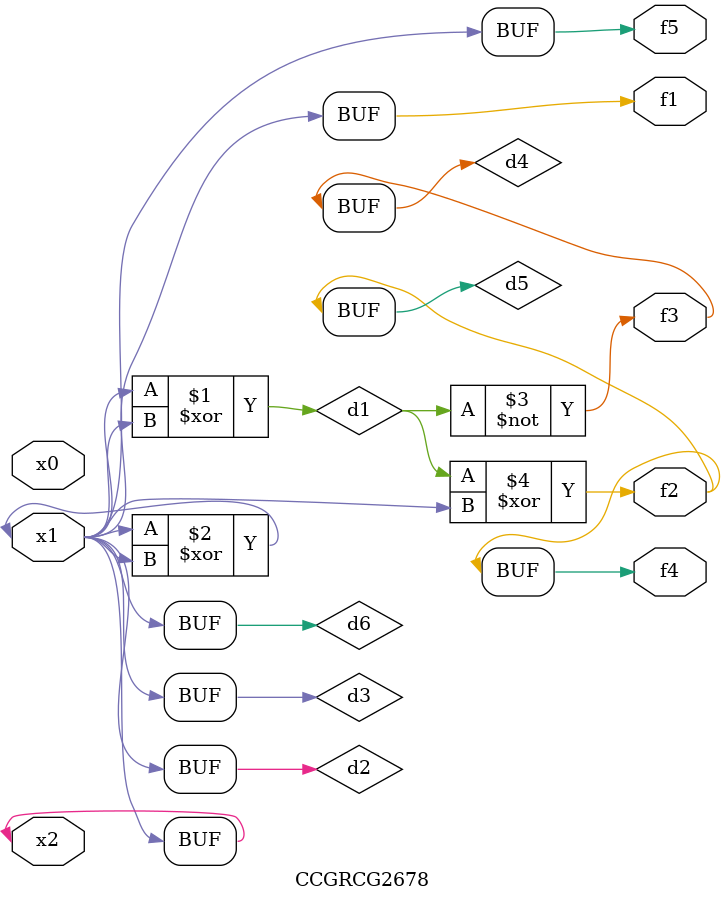
<source format=v>
module CCGRCG2678(
	input x0, x1, x2,
	output f1, f2, f3, f4, f5
);

	wire d1, d2, d3, d4, d5, d6;

	xor (d1, x1, x2);
	buf (d2, x1, x2);
	xor (d3, x1, x2);
	nor (d4, d1);
	xor (d5, d1, d2);
	buf (d6, d2, d3);
	assign f1 = d6;
	assign f2 = d5;
	assign f3 = d4;
	assign f4 = d5;
	assign f5 = d6;
endmodule

</source>
